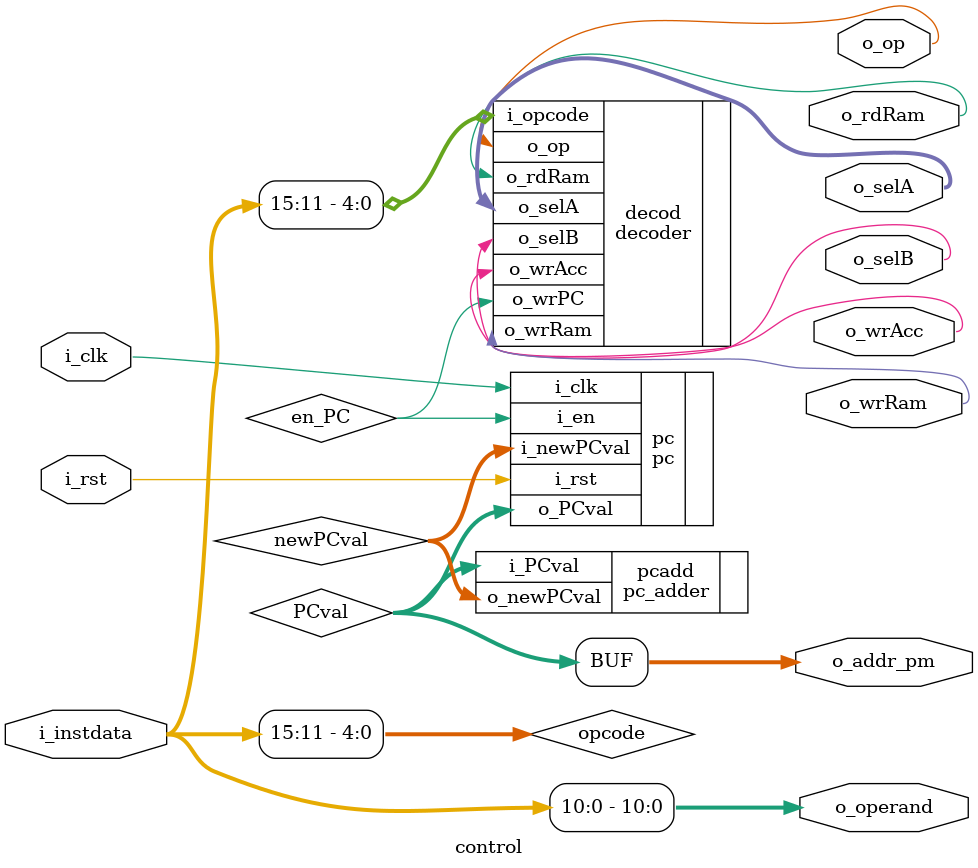
<source format=v>
`timescale 1ns / 1ps

module control
#(
    parameter IBITS = 16,
    parameter ADDR = 11 //view name?
)
(
    input   wire                     i_clk,
    input   wire                     i_rst,
    input   wire    [IBITS -1:0]     i_instdata,
    
    output  wire    [ADDR -1:0]     o_addr_pm,
    output  wire    [ADDR -1:0]     o_operand,
    output  wire    [1:0]           o_selA,
    output  wire                    o_selB,    
    output  wire                    o_wrAcc,
    output  wire                    o_op,
    output  wire                    o_wrRam,
    output  wire                    o_rdRam
    );
    
    localparam OPLEN = 5;
    localparam PCLEN = 11;
    
    reg [OPLEN-1 : 0] opcode;
    //wire [ADDR-1 :0] operand;
    wire en_PC; 
    wire [ADDR-1 :0] newPCval, PCval;
    
    
    
decoder
#(
    .OPLEN                          (OPLEN)
)
decod
(
    .i_opcode                       (opcode),
    .o_wrPC                         (en_PC),         //add
    .o_selA                         (o_selA),
    .o_selB                         (o_selB),    
    .o_wrAcc                        (o_wrAcc),
    .o_op                           (o_op),
    .o_wrRam                        (o_wrRam),
    .o_rdRam                        (o_rdRam)

); 

pc
#(
    .PCLEN                          (PCLEN)
) 
pc
(
    .i_clk                          (i_clk),
    .i_rst                          (i_rst),
    .i_en                           (en_PC),
    .i_newPCval                     (newPCval),
    .o_PCval                        (PCval)
);  

pc_adder 
#(
    .PCLEN                          (PCLEN)
)
pcadd
(
    .i_PCval                        (PCval),
    .o_newPCval                     (newPCval)
); 


always @ (*)
begin
    opcode <= i_instdata [15: 11];
end
//assign opcode = i_instdata [IBITS-1 -: OPLEN -1]; // view logic
assign o_operand = i_instdata [10:0]; // view logic
assign o_addr_pm = PCval;

    
endmodule

</source>
